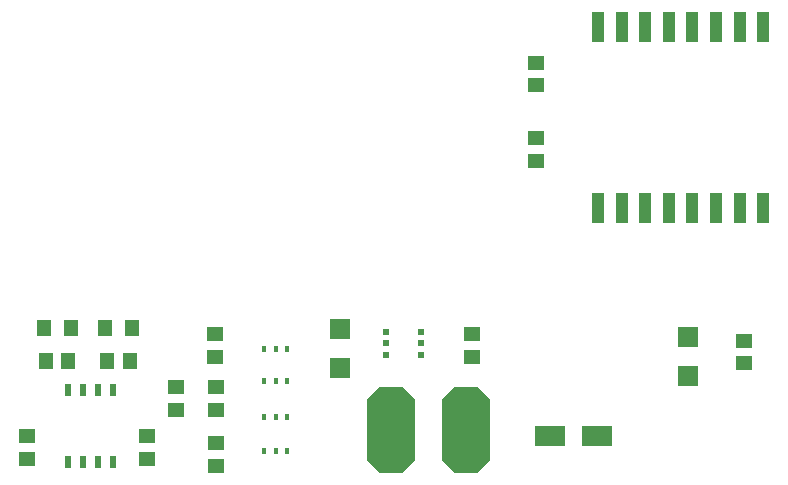
<source format=gtp>
G04*
G04 #@! TF.GenerationSoftware,Altium Limited,Altium Designer,21.9.2 (33)*
G04*
G04 Layer_Color=8421504*
%FSTAX24Y24*%
%MOIN*%
G70*
G04*
G04 #@! TF.SameCoordinates,6E6F4FCF-DDBA-4186-BE1C-5EC4A7FB59E6*
G04*
G04*
G04 #@! TF.FilePolarity,Positive*
G04*
G01*
G75*
%ADD21R,0.0433X0.1024*%
%ADD22R,0.0551X0.0472*%
%ADD23R,0.0177X0.0236*%
%ADD24R,0.0157X0.0236*%
%ADD25R,0.0500X0.0550*%
%ADD26R,0.0472X0.0551*%
%ADD27R,0.0669X0.0669*%
%ADD28R,0.0984X0.0669*%
%ADD29R,0.0236X0.0197*%
G04:AMPARAMS|DCode=30|XSize=287.4mil|YSize=157.5mil|CornerRadius=0mil|HoleSize=0mil|Usage=FLASHONLY|Rotation=270.000|XOffset=0mil|YOffset=0mil|HoleType=Round|Shape=Octagon|*
%AMOCTAGOND30*
4,1,8,-0.0394,-0.1437,0.0394,-0.1437,0.0787,-0.1043,0.0787,0.1043,0.0394,0.1437,-0.0394,0.1437,-0.0787,0.1043,-0.0787,-0.1043,-0.0394,-0.1437,0.0*
%
%ADD30OCTAGOND30*%

%ADD31R,0.0197X0.0394*%
D21*
X041619Y059528D02*
D03*
X040832D02*
D03*
X040044D02*
D03*
X039257D02*
D03*
X038469D02*
D03*
X037682D02*
D03*
X036895D02*
D03*
X036107D02*
D03*
Y053505D02*
D03*
X036895D02*
D03*
X037682D02*
D03*
X038469D02*
D03*
X039257D02*
D03*
X040044D02*
D03*
X040832D02*
D03*
X041619D02*
D03*
D22*
X034044Y058337D02*
D03*
Y057589D02*
D03*
X034052Y055081D02*
D03*
Y055829D02*
D03*
X021092Y045137D02*
D03*
Y045885D02*
D03*
X017079Y045139D02*
D03*
Y045887D02*
D03*
X040965Y049079D02*
D03*
Y048331D02*
D03*
X031924Y048544D02*
D03*
Y049292D02*
D03*
X022057Y04678D02*
D03*
Y047528D02*
D03*
X02335Y048549D02*
D03*
Y049297D02*
D03*
X023371Y047532D02*
D03*
Y046784D02*
D03*
X023366Y045655D02*
D03*
Y044907D02*
D03*
D23*
X024989Y048806D02*
D03*
X025363D02*
D03*
X025737D02*
D03*
Y047724D02*
D03*
X025363D02*
D03*
X024989D02*
D03*
D24*
X024989Y045409D02*
D03*
X025363D02*
D03*
X025737D02*
D03*
Y046519D02*
D03*
X025363D02*
D03*
X024989D02*
D03*
D25*
X017634Y04951D02*
D03*
X018534D02*
D03*
X019685D02*
D03*
X020585D02*
D03*
D26*
X018448Y048397D02*
D03*
X0177D02*
D03*
X020496Y048395D02*
D03*
X019748D02*
D03*
D27*
X039122Y047887D02*
D03*
Y049186D02*
D03*
X02752Y048173D02*
D03*
Y049472D02*
D03*
D28*
X0345Y045892D02*
D03*
X036075D02*
D03*
D29*
X030222Y048614D02*
D03*
Y048988D02*
D03*
Y049362D02*
D03*
X029041Y048614D02*
D03*
Y048988D02*
D03*
Y049362D02*
D03*
D30*
X031699Y04609D02*
D03*
X029199D02*
D03*
D31*
X018436Y04743D02*
D03*
X018936D02*
D03*
X019436D02*
D03*
X019936D02*
D03*
Y045028D02*
D03*
X019436D02*
D03*
X018936D02*
D03*
X018436D02*
D03*
M02*

</source>
